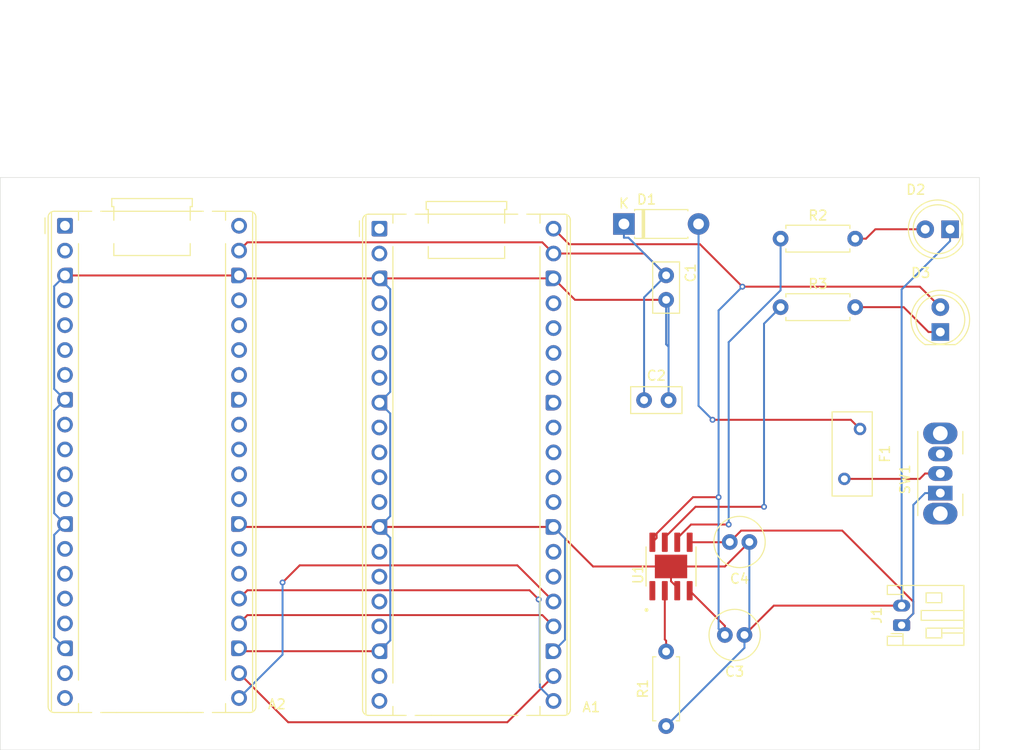
<source format=kicad_pcb>
(kicad_pcb (version 20241229) (generator "pcbnew") (generator_version "9.0")
  (layers (0 "F.Cu" signal) (2 "B.Cu" signal) (13 "F.Paste" user) (15 "B.Paste" user) (5 "F.SilkS" user "F.Silkscreen") (7 "B.SilkS" user "B.Silkscreen") (1 "F.Mask" user) (3 "B.Mask" user) (25 "Edge.Cuts" user))
  (net 0 "")
  (net 1 "VBAT(+)")
  (net 2 "VSYS")
  (net 3 "Net-(D2-A)")
  (net 4 "GND")
  (net 5 "Net-(D3-K)")
  (net 6 "Net-(U1-PROG)")
  (net 7 "STDBY")
  (net 8 "CHRG")
  (net 10 "VBUS")
  (net 11 "SCK")
  (net 12 "CS")
  (net 13 "RX-TX")
  (net 14 "TX-RX")
  (net 70 "Net-(D1-A)")
  (net 71 "Net-(SW1-B)")
  (footprint "Fuse:Fuse_BelFuse_0ZRE0005FF_L8.3mm_W3.8mm" (layer "F.Cu") (at 126.3 56.45 -90)
    (property "Reference" "F1" (at 2.54 -2.54 90) (layer "F.SilkS"))
    (property "Value" "Polyfuse")
    (fp_line (start -1.75 2.85) (end 6.85 2.85) (stroke (width 0.12)) (layer "F.SilkS"))
    (fp_line (start -1.75 -1.25) (end -1.75 2.85) (stroke (width 0.12)) (layer "F.SilkS"))
    (fp_line (start -1.75 -1.25) (end 6.85 -1.25) (stroke (width 0.12)) (layer "F.SilkS"))
    (fp_line (start 6.85 -1.25) (end 6.85 2.85) (stroke (width 0.12)) (layer "F.SilkS"))
    (pad "1" thru_hole circle (at 0 0 270) (size 1.27 1.27) (drill 0.71) (layers "*.Cu" "*.Mask") (net 70 "Net-(D1-A)"))
    (pad "2" thru_hole circle (at 5.1 1.6 270) (size 1.27 1.27) (drill 0.71) (layers "*.Cu" "*.Mask") (net 71 "Net-(SW1-B)"))
  )
  (footprint "Connector_JST:JST_PH_S2B-PH-K_1x02_P2.00mm_Horizontal" (layer "F.Cu") (at 130.55 76.5 90)
    (property "Reference" "J1" (at 1 -2.55 90) (layer "F.SilkS"))
    (property "Value" "Battery-Connector")
    (fp_line (start 4.06 -1.46) (end 3.14 -1.46) (stroke (width 0.12)) (layer "F.SilkS"))
    (fp_line (start 3.14 -1.46) (end 3.14 0.14) (stroke (width 0.12)) (layer "F.SilkS"))
    (fp_line (start -1.14 -1.46) (end -2.06 -1.46) (stroke (width 0.12)) (layer "F.SilkS"))
    (fp_line (start -2.06 -1.46) (end -2.06 6.36) (stroke (width 0.12)) (layer "F.SilkS"))
    (fp_line (start 4.06 0.14) (end 3.14 0.14) (stroke (width 0.12)) (layer "F.SilkS"))
    (fp_line (start 3.14 0.14) (end 2.86 0.14) (stroke (width 0.12)) (layer "F.SilkS"))
    (fp_line (start -0.86 0.14) (end -0.86 -1.075) (stroke (width 0.12)) (layer "F.SilkS"))
    (fp_line (start -0.86 0.14) (end -1.14 0.14) (stroke (width 0.12)) (layer "F.SilkS"))
    (fp_line (start -1.14 0.14) (end -1.14 -1.46) (stroke (width 0.12)) (layer "F.SilkS"))
    (fp_line (start -2.06 0.14) (end -1.14 0.14) (stroke (width 0.12)) (layer "F.SilkS"))
    (fp_line (start 1.5 2) (end 1.5 6.36) (stroke (width 0.12)) (layer "F.SilkS"))
    (fp_line (start 0.5 2) (end 1.5 2) (stroke (width 0.12)) (layer "F.SilkS"))
    (fp_line (start 3.3 2.5) (end 3.3 4.1) (stroke (width 0.12)) (layer "F.SilkS"))
    (fp_line (start 2.3 2.5) (end 3.3 2.5) (stroke (width 0.12)) (layer "F.SilkS"))
    (fp_line (start -0.3 2.5) (end -1.3 2.5) (stroke (width 0.12)) (layer "F.SilkS"))
    (fp_line (start -1.3 2.5) (end -1.3 4.1) (stroke (width 0.12)) (layer "F.SilkS"))
    (fp_line (start 3.3 4.1) (end 2.3 4.1) (stroke (width 0.12)) (layer "F.SilkS"))
    (fp_line (start 2.3 4.1) (end 2.3 2.5) (stroke (width 0.12)) (layer "F.SilkS"))
    (fp_line (start -0.3 4.1) (end -0.3 2.5) (stroke (width 0.12)) (layer "F.SilkS"))
    (fp_line (start -0.3 4.1) (end -0.3 6.36) (stroke (width 0.12)) (layer "F.SilkS"))
    (fp_line (start -0.8 4.1) (end -0.8 6.36) (stroke (width 0.12)) (layer "F.SilkS"))
    (fp_line (start -1.3 4.1) (end -0.3 4.1) (stroke (width 0.12)) (layer "F.SilkS"))
    (fp_line (start 4.06 6.36) (end 4.06 -1.46) (stroke (width 0.12)) (layer "F.SilkS"))
    (fp_line (start 0.5 6.36) (end 0.5 2) (stroke (width 0.12)) (layer "F.SilkS"))
    (fp_line (start -2.06 6.36) (end 4.06 6.36) (stroke (width 0.12)) (layer "F.SilkS"))
    (pad "1" thru_hole roundrect (at 0 0 90) (size 1.2 1.75) (drill 0.75) (layers "*.Cu" "*.Mask") (roundrect_rratio 0.208333) (net 1 "VBAT(+)"))
    (pad "2" thru_hole oval (at 2 0 90) (size 1.2 1.75) (drill 0.75) (layers "*.Cu" "*.Mask") (net 4 "GND"))
  )
  (footprint "Button_Switch_THT:SW_Slide_SPDT_Angled_CK_OS102011MA1Q" (layer "F.Cu") (at 134.5 63 90)
    (property "Reference" "SW1" (at 1.4 -3.6 90) (layer "F.SilkS"))
    (property "Value" "SW_SPST")
    (fp_line (start -2.3 -2.3) (end 6.3 -2.3) (stroke (width 0.12)) (layer "F.SilkS"))
    (fp_line (start 4 2.3) (end 6.3 2.3) (stroke (width 0.12)) (layer "F.SilkS"))
    (fp_line (start -2.3 2.3) (end -0.1 2.3) (stroke (width 0.12)) (layer "F.SilkS"))
    (pad "" thru_hole oval (at -2.1 0 90) (size 2.2 3.5) (drill 1.5) (layers "*.Cu" "*.Mask"))
    (pad "" thru_hole oval (at 6.1 0 90) (size 2.2 3.5) (drill 1.5) (layers "*.Cu" "*.Mask"))
    (pad "1" thru_hole rect (at 0 0 90) (size 1.5 2.5) (drill 0.9) (layers "*.Cu" "*.Mask") (net 1 "VBAT(+)"))
    (pad "2" thru_hole oval (at 2 0 90) (size 1.5 2.5) (drill 0.9) (layers "*.Cu" "*.Mask") (net 71 "Net-(SW1-B)"))
    (pad "3" thru_hole oval (at 4 0 90) (size 1.5 2.5) (drill 0.9) (layers "*.Cu" "*.Mask"))
  )
  (footprint "Capacitor_THT:C_Radial_D5.0mm_H11.0mm_P2.00mm" (layer "F.Cu") (at 114.5 77.5 180)
    (property "Reference" "C3" (at 1 -3.75 0) (layer "F.SilkS"))
    (property "Value" "10uF")
    (fp_circle (center 1 0) (end 3.62 0) (stroke (width 0.12)) (fill no) (layer "F.SilkS"))
    (pad "1" thru_hole circle (at 0 0 180) (size 1.6 1.6) (drill 0.8) (layers "*.Cu" "*.Mask") (net 4 "GND"))
    (pad "2" thru_hole circle (at 2 0 180) (size 1.6 1.6) (drill 0.8) (layers "*.Cu" "*.Mask") (net 10 "VBUS"))
  )
  (footprint "Capacitor_THT:C_Radial_D5.0mm_H11.0mm_P2.00mm" (layer "F.Cu") (at 115 68 180)
    (property "Reference" "C4" (at 1 -3.75 0) (layer "F.SilkS"))
    (property "Value" "10uF")
    (fp_circle (center 1 0) (end 3.62 0) (stroke (width 0.12)) (fill no) (layer "F.SilkS"))
    (pad "1" thru_hole circle (at 0 0 180) (size 1.6 1.6) (drill 0.8) (layers "*.Cu" "*.Mask") (net 4 "GND"))
    (pad "2" thru_hole circle (at 2 0 180) (size 1.6 1.6) (drill 0.8) (layers "*.Cu" "*.Mask") (net 1 "VBAT(+)"))
  )
  (footprint "Module:RaspberryPi_Pico_Common_THT" (layer "F.Cu") (at 77.22 35.98)
    (property "Reference" "A1" (at 20.6375 48.895 0) (layer "F.SilkS") (effects (justify left)))
    (property "Value" "RPICO-AP")
    (fp_line (start -2.04 0.8) (end -2.04 -0.8) (stroke (width 0.12)) (layer "F.SilkS"))
    (fp_line (start -1.72 -0.87) (end -1.72 49.13) (stroke (width 0.12)) (layer "F.SilkS"))
    (fp_line (start -1.38 -1.417) (end -1.38 49.677) (stroke (width 0.12)) (layer "F.SilkS"))
    (fp_line (start -1.11 -1.48) (end 1.38 -1.48) (stroke (width 0.12)) (layer "F.SilkS"))
    (fp_line (start -1.11 49.74) (end 2.727939 49.74) (stroke (width 0.12)) (layer "F.SilkS"))
    (fp_line (start 1.38 -1.48) (end 1.38 -0.56648) (stroke (width 0.12)) (layer "F.SilkS"))
    (fp_line (start 1.38 -1.48) (end 2.72794 -1.48) (stroke (width 0.12)) (layer "F.SilkS"))
    (fp_line (start 1.38 1.82648) (end 1.38 46.43352) (stroke (width 0.12)) (layer "F.SilkS"))
    (fp_line (start 1.38 48.82648) (end 1.38 49.74) (stroke (width 0.12)) (layer "F.SilkS"))
    (fp_line (start 3.652061 -1.48) (end 4.655 -1.48) (stroke (width 0.12)) (layer "F.SilkS"))
    (fp_line (start 4.655 -1.48) (end 13.125 -1.48) (stroke (width 0.12)) (layer "F.SilkS"))
    (fp_line (start 4.78 -2.78) (end 4.78 -1.96) (stroke (width 0.12)) (layer "F.SilkS"))
    (fp_line (start 4.78 -2.78) (end 13 -2.78) (stroke (width 0.12)) (layer "F.SilkS"))
    (fp_line (start 4.78 -1.96) (end 4.99 -1.96) (stroke (width 0.12)) (layer "F.SilkS"))
    (fp_line (start 4.99 -1.96) (end 4.99 -0.564) (stroke (width 0.12)) (layer "F.SilkS"))
    (fp_line (start 4.99 1.824) (end 4.99 3.04) (stroke (width 0.12)) (layer "F.SilkS"))
    (fp_line (start 5.29 49.74) (end 3.652061 49.74) (stroke (width 0.12)) (layer "F.SilkS"))
    (fp_line (start 12.49 49.74) (end 5.29 49.74) (stroke (width 0.12)) (layer "F.SilkS"))
    (fp_line (start 12.79 -1.96) (end 12.79 -0.564) (stroke (width 0.12)) (layer "F.SilkS"))
    (fp_line (start 12.79 1.824) (end 12.79 3.04) (stroke (width 0.12)) (layer "F.SilkS"))
    (fp_line (start 12.79 3.04) (end 4.99 3.04) (stroke (width 0.12)) (layer "F.SilkS"))
    (fp_line (start 13 -2.78) (end 13 -1.96) (stroke (width 0.12)) (layer "F.SilkS"))
    (fp_line (start 13 -1.96) (end 12.79 -1.96) (stroke (width 0.12)) (layer "F.SilkS"))
    (fp_line (start 13.125 -1.48) (end 14.127939 -1.48) (stroke (width 0.12)) (layer "F.SilkS"))
    (fp_line (start 14.127939 49.74) (end 12.49 49.74) (stroke (width 0.12)) (layer "F.SilkS"))
    (fp_line (start 15.052061 -1.48) (end 16.4 -1.48) (stroke (width 0.12)) (layer "F.SilkS"))
    (fp_line (start 15.052061 49.74) (end 18.89 49.74) (stroke (width 0.12)) (layer "F.SilkS"))
    (fp_line (start 16.4 -1.48) (end 16.4 -0.56648) (stroke (width 0.12)) (layer "F.SilkS"))
    (fp_line (start 16.4 1.82648) (end 16.4 46.43352) (stroke (width 0.12)) (layer "F.SilkS"))
    (fp_line (start 16.4 48.82648) (end 16.4 49.74) (stroke (width 0.12)) (layer "F.SilkS"))
    (fp_line (start 18.89 -1.48) (end 16.4 -1.48) (stroke (width 0.12)) (layer "F.SilkS"))
    (fp_line (start 19.16 49.677) (end 19.16 -1.417) (stroke (width 0.12)) (layer "F.SilkS"))
    (fp_line (start 19.5 -0.87) (end 19.5 49.13) (stroke (width 0.12)) (layer "F.SilkS"))
    (fp_arc (start -1.72 -0.87) (mid -1.541335 -1.301335) (end -1.11 -1.48) (stroke (width 0.12)) (layer "F.SilkS"))
    (fp_arc (start -1.11 49.74) (mid -1.541364 49.561364) (end -1.72 49.13) (stroke (width 0.12)) (layer "F.SilkS"))
    (fp_arc (start 18.89 -1.48) (mid 19.321335 -1.301335) (end 19.5 -0.87) (stroke (width 0.12)) (layer "F.SilkS"))
    (fp_arc (start 19.5 49.13) (mid 19.321335 49.561335) (end 18.89 49.74) (stroke (width 0.12)) (layer "F.SilkS"))
    (pad "1" thru_hole roundrect (at 0 0) (size 1.6 1.6) (drill 1) (layers "*.Cu" "*.Mask") (roundrect_rratio 0.125))
    (pad "2" thru_hole circle (at 0 2.54) (size 1.6 1.6) (drill 1) (layers "*.Cu" "*.Mask"))
    (pad "3" thru_hole custom (at 0 5.08) (size 1.6 1.6) (drill 1) (layers "*.Cu" "*.Mask") (net 4 "GND") (options (clearance outline) (anchor circle)) (primitives (gr_poly (pts (xy 0.8 0.6) (xy 0.8 -0.6) (xy 0.6 -0.8) (xy 0 -0.8) (xy 0 0.8) (xy 0.6 0.8)) (width 0) (fill yes)) (gr_circle (center 0.6 0.6) (end 0.8 0.6) (width 0) (fill yes)) (gr_circle (center 0.6 -0.6) (end 0.8 -0.6) (width 0) (fill yes))))
    (pad "4" thru_hole circle (at 0 7.62) (size 1.6 1.6) (drill 1) (layers "*.Cu" "*.Mask"))
    (pad "5" thru_hole circle (at 0 10.16) (size 1.6 1.6) (drill 1) (layers "*.Cu" "*.Mask"))
    (pad "6" thru_hole circle (at 0 12.7) (size 1.6 1.6) (drill 1) (layers "*.Cu" "*.Mask"))
    (pad "7" thru_hole circle (at 0 15.24) (size 1.6 1.6) (drill 1) (layers "*.Cu" "*.Mask"))
    (pad "8" thru_hole custom (at 0 17.78) (size 1.6 1.6) (drill 1) (layers "*.Cu" "*.Mask") (net 4 "GND") (options (clearance outline) (anchor circle)) (primitives (gr_poly (pts (xy 0.8 0.6) (xy 0.8 -0.6) (xy 0.6 -0.8) (xy 0 -0.8) (xy 0 0.8) (xy 0.6 0.8)) (width 0) (fill yes)) (gr_circle (center 0.6 0.6) (end 0.8 0.6) (width 0) (fill yes)) (gr_circle (center 0.6 -0.6) (end 0.8 -0.6) (width 0) (fill yes))))
    (pad "9" thru_hole circle (at 0 20.32) (size 1.6 1.6) (drill 1) (layers "*.Cu" "*.Mask"))
    (pad "10" thru_hole circle (at 0 22.86) (size 1.6 1.6) (drill 1) (layers "*.Cu" "*.Mask"))
    (pad "11" thru_hole circle (at 0 25.4) (size 1.6 1.6) (drill 1) (layers "*.Cu" "*.Mask"))
    (pad "12" thru_hole circle (at 0 27.94) (size 1.6 1.6) (drill 1) (layers "*.Cu" "*.Mask"))
    (pad "13" thru_hole custom (at 0 30.48) (size 1.6 1.6) (drill 1) (layers "*.Cu" "*.Mask") (net 4 "GND") (options (clearance outline) (anchor circle)) (primitives (gr_poly (pts (xy 0.8 0.6) (xy 0.8 -0.6) (xy 0.6 -0.8) (xy 0 -0.8) (xy 0 0.8) (xy 0.6 0.8)) (width 0) (fill yes)) (gr_circle (center 0.6 0.6) (end 0.8 0.6) (width 0) (fill yes)) (gr_circle (center 0.6 -0.6) (end 0.8 -0.6) (width 0) (fill yes))))
    (pad "14" thru_hole circle (at 0 33.02) (size 1.6 1.6) (drill 1) (layers "*.Cu" "*.Mask"))
    (pad "15" thru_hole circle (at 0 35.56) (size 1.6 1.6) (drill 1) (layers "*.Cu" "*.Mask"))
    (pad "16" thru_hole circle (at 0 38.1) (size 1.6 1.6) (drill 1) (layers "*.Cu" "*.Mask"))
    (pad "17" thru_hole circle (at 0 40.64) (size 1.6 1.6) (drill 1) (layers "*.Cu" "*.Mask"))
    (pad "18" thru_hole custom (at 0 43.18) (size 1.6 1.6) (drill 1) (layers "*.Cu" "*.Mask") (net 4 "GND") (options (clearance outline) (anchor circle)) (primitives (gr_poly (pts (xy 0.8 0.6) (xy 0.8 -0.6) (xy 0.6 -0.8) (xy 0 -0.8) (xy 0 0.8) (xy 0.6 0.8)) (width 0) (fill yes)) (gr_circle (center 0.6 0.6) (end 0.8 0.6) (width 0) (fill yes)) (gr_circle (center 0.6 -0.6) (end 0.8 -0.6) (width 0) (fill yes))))
    (pad "19" thru_hole circle (at 0 45.72) (size 1.6 1.6) (drill 1) (layers "*.Cu" "*.Mask"))
    (pad "20" thru_hole circle (at 0 48.26) (size 1.6 1.6) (drill 1) (layers "*.Cu" "*.Mask"))
    (pad "21" thru_hole circle (at 17.78 48.26) (size 1.6 1.6) (drill 1) (layers "*.Cu" "*.Mask") (net 13 "RX-TX"))
    (pad "22" thru_hole circle (at 17.78 45.72) (size 1.6 1.6) (drill 1) (layers "*.Cu" "*.Mask") (net 12 "CS"))
    (pad "23" thru_hole custom (at 17.78 43.18) (size 1.6 1.6) (drill 1) (layers "*.Cu" "*.Mask") (net 4 "GND") (options (clearance outline) (anchor circle)) (primitives (gr_poly (pts (xy -0.8 0.6) (xy -0.8 -0.6) (xy -0.6 -0.8) (xy 0 -0.8) (xy 0 0.8) (xy -0.6 0.8)) (width 0) (fill yes)) (gr_circle (center -0.6 0.6) (end -0.4 0.6) (width 0) (fill yes)) (gr_circle (center -0.6 -0.6) (end -0.4 -0.6) (width 0) (fill yes))))
    (pad "24" thru_hole circle (at 17.78 40.64) (size 1.6 1.6) (drill 1) (layers "*.Cu" "*.Mask") (net 11 "SCK"))
    (pad "25" thru_hole circle (at 17.78 38.1) (size 1.6 1.6) (drill 1) (layers "*.Cu" "*.Mask") (net 14 "TX-RX"))
    (pad "26" thru_hole circle (at 17.78 35.56) (size 1.6 1.6) (drill 1) (layers "*.Cu" "*.Mask"))
    (pad "27" thru_hole circle (at 17.78 33.02) (size 1.6 1.6) (drill 1) (layers "*.Cu" "*.Mask"))
    (pad "28" thru_hole custom (at 17.78 30.48) (size 1.6 1.6) (drill 1) (layers "*.Cu" "*.Mask") (net 4 "GND") (options (clearance outline) (anchor circle)) (primitives (gr_poly (pts (xy -0.8 0.6) (xy -0.8 -0.6) (xy -0.6 -0.8) (xy 0 -0.8) (xy 0 0.8) (xy -0.6 0.8)) (width 0) (fill yes)) (gr_circle (center -0.6 0.6) (end -0.4 0.6) (width 0) (fill yes)) (gr_circle (center -0.6 -0.6) (end -0.4 -0.6) (width 0) (fill yes))))
    (pad "29" thru_hole circle (at 17.78 27.94) (size 1.6 1.6) (drill 1) (layers "*.Cu" "*.Mask"))
    (pad "30" thru_hole circle (at 17.78 25.4) (size 1.6 1.6) (drill 1) (layers "*.Cu" "*.Mask"))
    (pad "31" thru_hole circle (at 17.78 22.86) (size 1.6 1.6) (drill 1) (layers "*.Cu" "*.Mask"))
    (pad "32" thru_hole circle (at 17.78 20.32) (size 1.6 1.6) (drill 1) (layers "*.Cu" "*.Mask"))
    (pad "33" thru_hole custom (at 17.78 17.78) (size 1.6 1.6) (drill 1) (layers "*.Cu" "*.Mask") (options (clearance outline) (anchor circle)) (primitives (gr_poly (pts (xy -0.8 0.6) (xy -0.8 -0.6) (xy -0.6 -0.8) (xy 0 -0.8) (xy 0 0.8) (xy -0.6 0.8)) (width 0) (fill yes)) (gr_circle (center -0.6 0.6) (end -0.4 0.6) (width 0) (fill yes)) (gr_circle (center -0.6 -0.6) (end -0.4 -0.6) (width 0) (fill yes))))
    (pad "34" thru_hole circle (at 17.78 15.24) (size 1.6 1.6) (drill 1) (layers "*.Cu" "*.Mask"))
    (pad "35" thru_hole circle (at 17.78 12.7) (size 1.6 1.6) (drill 1) (layers "*.Cu" "*.Mask"))
    (pad "36" thru_hole circle (at 17.78 10.16) (size 1.6 1.6) (drill 1) (layers "*.Cu" "*.Mask"))
    (pad "37" thru_hole circle (at 17.78 7.62) (size 1.6 1.6) (drill 1) (layers "*.Cu" "*.Mask"))
    (pad "38" thru_hole custom (at 17.78 5.08) (size 1.6 1.6) (drill 1) (layers "*.Cu" "*.Mask") (net 4 "GND") (options (clearance outline) (anchor circle)) (primitives (gr_poly (pts (xy -0.8 0.6) (xy -0.8 -0.6) (xy -0.6 -0.8) (xy 0 -0.8) (xy 0 0.8) (xy -0.6 0.8)) (width 0) (fill yes)) (gr_circle (center -0.6 0.6) (end -0.4 0.6) (width 0) (fill yes)) (gr_circle (center -0.6 -0.6) (end -0.4 -0.6) (width 0) (fill yes))))
    (pad "39" thru_hole circle (at 17.78 2.54) (size 1.6 1.6) (drill 1) (layers "*.Cu" "*.Mask") (net 2 "VSYS"))
    (pad "40" thru_hole circle (at 17.78 0) (size 1.6 1.6) (drill 1) (layers "*.Cu" "*.Mask") (net 10 "VBUS"))
  )
  (footprint "LED_THT:LED_D5.0mm" (layer "F.Cu") (at 135.5 36.04 180)
    (property "Reference" "D2" (at 3.5 4.04 0) (layer "F.SilkS"))
    (property "Value" "LED")
    (fp_line (start -1.29 -1.545) (end -1.29 1.545) (stroke (width 0.12)) (layer "F.SilkS"))
    (fp_arc (start 4.26 0.000048) (mid 2.071756 2.880501) (end -1.29 1.54483) (stroke (width 0.12)) (layer "F.SilkS"))
    (fp_arc (start -1.29 -1.54483) (mid 2.071756 -2.880501) (end 4.26 -0.000048) (stroke (width 0.12)) (layer "F.SilkS"))
    (fp_circle (center 1.27 0) (end 3.77 0) (stroke (width 0.12)) (fill no) (layer "F.SilkS"))
    (pad "1" thru_hole rect (at 0 0 180) (size 1.8 1.8) (drill 0.9) (layers "*.Cu" "*.Mask") (net 4 "GND"))
    (pad "2" thru_hole circle (at 2.54 0 180) (size 1.8 1.8) (drill 0.9) (layers "*.Cu" "*.Mask") (net 3 "Net-(D2-A)"))
  )
  (footprint "TP4056:SOP127P600X175-9N" (layer "F.Cu") (at 107 70.5 90)
    (property "Reference" "U1" (at -0.795 -3.362 90) (layer "F.SilkS"))
    (property "Value" "TP4056")
    (fp_line (start -2 -2.55) (end 2 -2.55) (stroke (width 0.127)) (layer "F.SilkS"))
    (fp_line (start -2 2.55) (end 2 2.55) (stroke (width 0.127)) (layer "F.SilkS"))
    (fp_circle (center -4.445 -2.505) (end -4.345 -2.505) (stroke (width 0.2)) (fill no) (layer "F.SilkS"))
    (pad "1" smd roundrect (at -2.475 -1.905 90) (size 1.97 0.6) (layers "F.Cu" "F.Mask" "F.Paste") (roundrect_rratio 0.125))
    (pad "2" smd roundrect (at -2.475 -0.635 90) (size 1.97 0.6) (layers "F.Cu" "F.Mask" "F.Paste") (roundrect_rratio 0.125) (net 6 "Net-(U1-PROG)"))
    (pad "3" smd roundrect (at -2.475 0.635 90) (size 1.97 0.6) (layers "F.Cu" "F.Mask" "F.Paste") (roundrect_rratio 0.125) (net 4 "GND"))
    (pad "4" smd roundrect (at -2.475 1.905 90) (size 1.97 0.6) (layers "F.Cu" "F.Mask" "F.Paste") (roundrect_rratio 0.125) (net 10 "VBUS"))
    (pad "5" smd roundrect (at 2.475 1.905 90) (size 1.97 0.6) (layers "F.Cu" "F.Mask" "F.Paste") (roundrect_rratio 0.125) (net 1 "VBAT(+)"))
    (pad "6" smd roundrect (at 2.475 0.635 90) (size 1.97 0.6) (layers "F.Cu" "F.Mask" "F.Paste") (roundrect_rratio 0.125) (net 7 "STDBY"))
    (pad "7" smd roundrect (at 2.475 -0.635 90) (size 1.97 0.6) (layers "F.Cu" "F.Mask" "F.Paste") (roundrect_rratio 0.125) (net 8 "CHRG"))
    (pad "8" smd roundrect (at 2.475 -1.905 90) (size 1.97 0.6) (layers "F.Cu" "F.Mask" "F.Paste") (roundrect_rratio 0.125) (net 10 "VBUS"))
    (pad "9" smd rect (at 0 0 90) (size 2.413 3.302) (layers "F.Cu" "F.Mask") (net 4 "GND"))
  )
  (footprint "Resistor_THT:R_Axial_DIN0207_L6.3mm_D2.5mm_P7.62mm_Horizontal" (layer "F.Cu") (at 106.5 86.81 90)
    (property "Reference" "R1" (at 3.81 -2.37 90) (layer "F.SilkS"))
    (property "Value" "1.2k")
    (fp_line (start 7.08 -1.37) (end 7.08 -1.04) (stroke (width 0.12)) (layer "F.SilkS"))
    (fp_line (start 0.54 -1.37) (end 7.08 -1.37) (stroke (width 0.12)) (layer "F.SilkS"))
    (fp_line (start 0.54 -1.04) (end 0.54 -1.37) (stroke (width 0.12)) (layer "F.SilkS"))
    (fp_line (start 0.54 1.04) (end 0.54 1.37) (stroke (width 0.12)) (layer "F.SilkS"))
    (fp_line (start 7.08 1.37) (end 7.08 1.04) (stroke (width 0.12)) (layer "F.SilkS"))
    (fp_line (start 0.54 1.37) (end 7.08 1.37) (stroke (width 0.12)) (layer "F.SilkS"))
    (pad "1" thru_hole circle (at 0 0 90) (size 1.6 1.6) (drill 0.8) (layers "*.Cu" "*.Mask") (net 4 "GND"))
    (pad "2" thru_hole oval (at 7.62 0 90) (size 1.6 1.6) (drill 0.8) (layers "*.Cu" "*.Mask") (net 6 "Net-(U1-PROG)"))
  )
  (footprint "Module:RaspberryPi_Pico_Common_THT" (layer "F.Cu") (at 45.11 35.6825)
    (property "Reference" "A2" (at 20.6375 48.895 0) (layer "F.SilkS") (effects (justify left)))
    (property "Value" "RPICO-STA")
    (fp_line (start -2.04 0.8) (end -2.04 -0.8) (stroke (width 0.12)) (layer "F.SilkS"))
    (fp_line (start -1.72 -0.87) (end -1.72 49.13) (stroke (width 0.12)) (layer "F.SilkS"))
    (fp_line (start -1.38 -1.417) (end -1.38 49.677) (stroke (width 0.12)) (layer "F.SilkS"))
    (fp_line (start -1.11 -1.48) (end 1.38 -1.48) (stroke (width 0.12)) (layer "F.SilkS"))
    (fp_line (start -1.11 49.74) (end 2.727939 49.74) (stroke (width 0.12)) (layer "F.SilkS"))
    (fp_line (start 1.38 -1.48) (end 1.38 -0.56648) (stroke (width 0.12)) (layer "F.SilkS"))
    (fp_line (start 1.38 -1.48) (end 2.72794 -1.48) (stroke (width 0.12)) (layer "F.SilkS"))
    (fp_line (start 1.38 1.82648) (end 1.38 46.43352) (stroke (width 0.12)) (layer "F.SilkS"))
    (fp_line (start 1.38 48.82648) (end 1.38 49.74) (stroke (width 0.12)) (layer "F.SilkS"))
    (fp_line (start 3.652061 -1.48) (end 4.655 -1.48) (stroke (width 0.12)) (layer "F.SilkS"))
    (fp_line (start 4.655 -1.48) (end 13.125 -1.48) (stroke (width 0.12)) (layer "F.SilkS"))
    (fp_line (start 4.78 -2.78) (end 4.78 -1.96) (stroke (width 0.12)) (layer "F.SilkS"))
    (fp_line (start 4.78 -2.78) (end 13 -2.78) (stroke (width 0.12)) (layer "F.SilkS"))
    (fp_line (start 4.78 -1.96) (end 4.99 -1.96) (stroke (width 0.12)) (layer "F.SilkS"))
    (fp_line (start 4.99 -1.96) (end 4.99 -0.564) (stroke (width 0.12)) (layer "F.SilkS"))
    (fp_line (start 4.99 1.824) (end 4.99 3.04) (stroke (width 0.12)) (layer "F.SilkS"))
    (fp_line (start 5.29 49.74) (end 3.652061 49.74) (stroke (width 0.12)) (layer "F.SilkS"))
    (fp_line (start 12.49 49.74) (end 5.29 49.74) (stroke (width 0.12)) (layer "F.SilkS"))
    (fp_line (start 12.79 -1.96) (end 12.79 -0.564) (stroke (width 0.12)) (layer "F.SilkS"))
    (fp_line (start 12.79 1.824) (end 12.79 3.04) (stroke (width 0.12)) (layer "F.SilkS"))
    (fp_line (start 12.79 3.04) (end 4.99 3.04) (stroke (width 0.12)) (layer "F.SilkS"))
    (fp_line (start 13 -2.78) (end 13 -1.96) (stroke (width 0.12)) (layer "F.SilkS"))
    (fp_line (start 13 -1.96) (end 12.79 -1.96) (stroke (width 0.12)) (layer "F.SilkS"))
    (fp_line (start 13.125 -1.48) (end 14.127939 -1.48) (stroke (width 0.12)) (layer "F.SilkS"))
    (fp_line (start 14.127939 49.74) (end 12.49 49.74) (stroke (width 0.12)) (layer "F.SilkS"))
    (fp_line (start 15.052061 -1.48) (end 16.4 -1.48) (stroke (width 0.12)) (layer "F.SilkS"))
    (fp_line (start 15.052061 49.74) (end 18.89 49.74) (stroke (width 0.12)) (layer "F.SilkS"))
    (fp_line (start 16.4 -1.48) (end 16.4 -0.56648) (stroke (width 0.12)) (layer "F.SilkS"))
    (fp_line (start 16.4 1.82648) (end 16.4 46.43352) (stroke (width 0.12)) (layer "F.SilkS"))
    (fp_line (start 16.4 48.82648) (end 16.4 49.74) (stroke (width 0.12)) (layer "F.SilkS"))
    (fp_line (start 18.89 -1.48) (end 16.4 -1.48) (stroke (width 0.12)) (layer "F.SilkS"))
    (fp_line (start 19.16 49.677) (end 19.16 -1.417) (stroke (width 0.12)) (layer "F.SilkS"))
    (fp_line (start 19.5 -0.87) (end 19.5 49.13) (stroke (width 0.12)) (layer "F.SilkS"))
    (fp_arc (start -1.72 -0.87) (mid -1.541335 -1.301335) (end -1.11 -1.48) (stroke (width 0.12)) (layer "F.SilkS"))
    (fp_arc (start -1.11 49.74) (mid -1.541364 49.561364) (end -1.72 49.13) (stroke (width 0.12)) (layer "F.SilkS"))
    (fp_arc (start 18.89 -1.48) (mid 19.321335 -1.301335) (end 19.5 -0.87) (stroke (width 0.12)) (layer "F.SilkS"))
    (fp_arc (start 19.5 49.13) (mid 19.321335 49.561335) (end 18.89 49.74) (stroke (width 0.12)) (layer "F.SilkS"))
    (pad "1" thru_hole roundrect (at 0 0) (size 1.6 1.6) (drill 1) (layers "*.Cu" "*.Mask") (roundrect_rratio 0.125))
    (pad "2" thru_hole circle (at 0 2.54) (size 1.6 1.6) (drill 1) (layers "*.Cu" "*.Mask"))
    (pad "3" thru_hole custom (at 0 5.08) (size 1.6 1.6) (drill 1) (layers "*.Cu" "*.Mask") (net 4 "GND") (options (clearance outline) (anchor circle)) (primitives (gr_poly (pts (xy 0.8 0.6) (xy 0.8 -0.6) (xy 0.6 -0.8) (xy 0 -0.8) (xy 0 0.8) (xy 0.6 0.8)) (width 0) (fill yes)) (gr_circle (center 0.6 0.6) (end 0.8 0.6) (width 0) (fill yes)) (gr_circle (center 0.6 -0.6) (end 0.8 -0.6) (width 0) (fill yes))))
    (pad "4" thru_hole circle (at 0 7.62) (size 1.6 1.6) (drill 1) (layers "*.Cu" "*.Mask"))
    (pad "5" thru_hole circle (at 0 10.16) (size 1.6 1.6) (drill 1) (layers "*.Cu" "*.Mask"))
    (pad "6" thru_hole circle (at 0 12.7) (size 1.6 1.6) (drill 1) (layers "*.Cu" "*.Mask"))
    (pad "7" thru_hole circle (at 0 15.24) (size 1.6 1.6) (drill 1) (layers "*.Cu" "*.Mask"))
    (pad "8" thru_hole custom (at 0 17.78) (size 1.6 1.6) (drill 1) (layers "*.Cu" "*.Mask") (net 4 "GND") (options (clearance outline) (anchor circle)) (primitives (gr_poly (pts (xy 0.8 0.6) (xy 0.8 -0.6) (xy 0.6 -0.8) (xy 0 -0.8) (xy 0 0.8) (xy 0.6 0.8)) (width 0) (fill yes)) (gr_circle (center 0.6 0.6) (end 0.8 0.6) (width 0) (fill yes)) (gr_circle (center 0.6 -0.6) (end 0.8 -0.6) (width 0) (fill yes))))
    (pad "9" thru_hole circle (at 0 20.32) (size 1.6 1.6) (drill 1) (layers "*.Cu" "*.Mask"))
    (pad "10" thru_hole circle (at 0 22.86) (size 1.6 1.6) (drill 1) (layers "*.Cu" "*.Mask"))
    (pad "11" thru_hole circle (at 0 25.4) (size 1.6 1.6) (drill 1) (layers "*.Cu" "*.Mask"))
    (pad "12" thru_hole circle (at 0 27.94) (size 1.6 1.6) (drill 1) (layers "*.Cu" "*.Mask"))
    (pad "13" thru_hole custom (at 0 30.48) (size 1.6 1.6) (drill 1) (layers "*.Cu" "*.Mask") (net 4 "GND") (options (clearance outline) (anchor circle)) (primitives (gr_poly (pts (xy 0.8 0.6) (xy 0.8 -0.6) (xy 0.6 -0.8) (xy 0 -0.8) (xy 0 0.8) (xy 0.6 0.8)) (width 0) (fill yes)) (gr_circle (center 0.6 0.6) (end 0.8 0.6) (width 0) (fill yes)) (gr_circle (center 0.6 -0.6) (end 0.8 -0.6) (width 0) (fill yes))))
    (pad "14" thru_hole circle (at 0 33.02) (size 1.6 1.6) (drill 1) (layers "*.Cu" "*.Mask"))
    (pad "15" thru_hole circle (at 0 35.56) (size 1.6 1.6) (drill 1) (layers "*.Cu" "*.Mask"))
    (pad "16" thru_hole circle (at 0 38.1) (size 1.6 1.6) (drill 1) (layers "*.Cu" "*.Mask"))
    (pad "17" thru_hole circle (at 0 40.64) (size 1.6 1.6) (drill 1) (layers "*.Cu" "*.Mask"))
    (pad "18" thru_hole custom (at 0 43.18) (size 1.6 1.6) (drill 1) (layers "*.Cu" "*.Mask") (net 4 "GND") (options (clearance outline) (anchor circle)) (primitives (gr_poly (pts (xy 0.8 0.6) (xy 0.8 -0.6) (xy 0.6 -0.8) (xy 0 -0.8) (xy 0 0.8) (xy 0.6 0.8)) (width 0) (fill yes)) (gr_circle (center 0.6 0.6) (end 0.8 0.6) (width 0) (fill yes)) (gr_circle (center 0.6 -0.6) (end 0.8 -0.6) (width 0) (fill yes))))
    (pad "19" thru_hole circle (at 0 45.72) (size 1.6 1.6) (drill 1) (layers "*.Cu" "*.Mask"))
    (pad "20" thru_hole circle (at 0 48.26) (size 1.6 1.6) (drill 1) (layers "*.Cu" "*.Mask"))
    (pad "21" thru_hole circle (at 17.78 48.26) (size 1.6 1.6) (drill 1) (layers "*.Cu" "*.Mask") (net 14 "TX-RX"))
    (pad "22" thru_hole circle (at 17.78 45.72) (size 1.6 1.6) (drill 1) (layers "*.Cu" "*.Mask") (net 12 "CS"))
    (pad "23" thru_hole custom (at 17.78 43.18) (size 1.6 1.6) (drill 1) (layers "*.Cu" "*.Mask") (net 4 "GND") (options (clearance outline) (anchor circle)) (primitives (gr_poly (pts (xy -0.8 0.6) (xy -0.8 -0.6) (xy -0.6 -0.8) (xy 0 -0.8) (xy 0 0.8) (xy -0.6 0.8)) (width 0) (fill yes)) (gr_circle (center -0.6 0.6) (end -0.4 0.6) (width 0) (fill yes)) (gr_circle (center -0.6 -0.6) (end -0.4 -0.6) (width 0) (fill yes))))
    (pad "24" thru_hole circle (at 17.78 40.64) (size 1.6 1.6) (drill 1) (layers "*.Cu" "*.Mask") (net 11 "SCK"))
    (pad "25" thru_hole circle (at 17.78 38.1) (size 1.6 1.6) (drill 1) (layers "*.Cu" "*.Mask") (net 13 "RX-TX"))
    (pad "26" thru_hole circle (at 17.78 35.56) (size 1.6 1.6) (drill 1) (layers "*.Cu" "*.Mask"))
    (pad "27" thru_hole circle (at 17.78 33.02) (size 1.6 1.6) (drill 1) (layers "*.Cu" "*.Mask"))
    (pad "28" thru_hole custom (at 17.78 30.48) (size 1.6 1.6) (drill 1) (layers "*.Cu" "*.Mask") (net 4 "GND") (options (clearance outline) (anchor circle)) (primitives (gr_poly (pts (xy -0.8 0.6) (xy -0.8 -0.6) (xy -0.6 -0.8) (xy 0 -0.8) (xy 0 0.8) (xy -0.6 0.8)) (width 0) (fill yes)) (gr_circle (center -0.6 0.6) (end -0.4 0.6) (width 0) (fill yes)) (gr_circle (center -0.6 -0.6) (end -0.4 -0.6) (width 0) (fill yes))))
    (pad "29" thru_hole circle (at 17.78 27.94) (size 1.6 1.6) (drill 1) (layers "*.Cu" "*.Mask"))
    (pad "30" thru_hole circle (at 17.78 25.4) (size 1.6 1.6) (drill 1) (layers "*.Cu" "*.Mask"))
    (pad "31" thru_hole circle (at 17.78 22.86) (size 1.6 1.6) (drill 1) (layers "*.Cu" "*.Mask"))
    (pad "32" thru_hole circle (at 17.78 20.32) (size 1.6 1.6) (drill 1) (layers "*.Cu" "*.Mask"))
    (pad "33" thru_hole custom (at 17.78 17.78) (size 1.6 1.6) (drill 1) (layers "*.Cu" "*.Mask") (options (clearance outline) (anchor circle)) (primitives (gr_poly (pts (xy -0.8 0.6) (xy -0.8 -0.6) (xy -0.6 -0.8) (xy 0 -0.8) (xy 0 0.8) (xy -0.6 0.8)) (width 0) (fill yes)) (gr_circle (center -0.6 0.6) (end -0.4 0.6) (width 0) (fill yes)) (gr_circle (center -0.6 -0.6) (end -0.4 -0.6) (width 0) (fill yes))))
    (pad "34" thru_hole circle (at 17.78 15.24) (size 1.6 1.6) (drill 1) (layers "*.Cu" "*.Mask"))
    (pad "35" thru_hole circle (at 17.78 12.7) (size 1.6 1.6) (drill 1) (layers "*.Cu" "*.Mask"))
    (pad "36" thru_hole circle (at 17.78 10.16) (size 1.6 1.6) (drill 1) (layers "*.Cu" "*.Mask"))
    (pad "37" thru_hole circle (at 17.78 7.62) (size 1.6 1.6) (drill 1) (layers "*.Cu" "*.Mask"))
    (pad "38" thru_hole custom (at 17.78 5.08) (size 1.6 1.6) (drill 1) (layers "*.Cu" "*.Mask") (net 4 "GND") (options (clearance outline) (anchor circle)) (primitives (gr_poly (pts (xy -0.8 0.6) (xy -0.8 -0.6) (xy -0.6 -0.8) (xy 0 -0.8) (xy 0 0.8) (xy -0.6 0.8)) (width 0) (fill yes)) (gr_circle (center -0.6 0.6) (end -0.4 0.6) (width 0) (fill yes)) (gr_circle (center -0.6 -0.6) (end -0.4 -0.6) (width 0) (fill yes))))
    (pad "39" thru_hole circle (at 17.78 2.54) (size 1.6 1.6) (drill 1) (layers "*.Cu" "*.Mask") (net 2 "VSYS"))
    (pad "40" thru_hole circle (at 17.78 0) (size 1.6 1.6) (drill 1) (layers "*.Cu" "*.Mask"))
  )
  (footprint "Capacitor_THT:C_Disc_D5.0mm_W2.5mm_P2.50mm" (layer "F.Cu") (at 104.25 53.5)
    (property "Reference" "C2" (at 1.25 -2.5 0) (layer "F.SilkS"))
    (property "Value" "100nF")
    (fp_line (start -1.37 -1.37) (end -1.37 1.37) (stroke (width 0.12)) (layer "F.SilkS"))
    (fp_line (start -1.37 -1.37) (end 3.87 -1.37) (stroke (width 0.12)) (layer "F.SilkS"))
    (fp_line (start -1.37 1.37) (end 3.87 1.37) (stroke (width 0.12)) (layer "F.SilkS"))
    (fp_line (start 3.87 -1.37) (end 3.87 1.37) (stroke (width 0.12)) (layer "F.SilkS"))
    (pad "1" thru_hole circle (at 0 0) (size 1.6 1.6) (drill 0.8) (layers "*.Cu" "*.Mask") (net 2 "VSYS"))
    (pad "2" thru_hole circle (at 2.5 0) (size 1.6 1.6) (drill 0.8) (layers "*.Cu" "*.Mask") (net 4 "GND"))
  )
  (footprint "Resistor_THT:R_Axial_DIN0207_L6.3mm_D2.5mm_P7.62mm_Horizontal" (layer "F.Cu") (at 118.19 37)
    (property "Reference" "R2" (at 3.81 -2.37 0) (layer "F.SilkS"))
    (property "Value" "1k")
    (fp_line (start 0.54 -1.37) (end 7.08 -1.37) (stroke (width 0.12)) (layer "F.SilkS"))
    (fp_line (start 0.54 -1.04) (end 0.54 -1.37) (stroke (width 0.12)) (layer "F.SilkS"))
    (fp_line (start 0.54 1.04) (end 0.54 1.37) (stroke (width 0.12)) (layer "F.SilkS"))
    (fp_line (start 0.54 1.37) (end 7.08 1.37) (stroke (width 0.12)) (layer "F.SilkS"))
    (fp_line (start 7.08 -1.37) (end 7.08 -1.04) (stroke (width 0.12)) (layer "F.SilkS"))
    (fp_line (start 7.08 1.37) (end 7.08 1.04) (stroke (width 0.12)) (layer "F.SilkS"))
    (pad "1" thru_hole circle (at 0 0) (size 1.6 1.6) (drill 0.8) (layers "*.Cu" "*.Mask") (net 7 "STDBY"))
    (pad "2" thru_hole oval (at 7.62 0) (size 1.6 1.6) (drill 0.8) (layers "*.Cu" "*.Mask") (net 3 "Net-(D2-A)"))
  )
  (footprint "Capacitor_THT:C_Disc_D5.0mm_W2.5mm_P2.50mm" (layer "F.Cu") (at 106.5 40.75 -90)
    (property "Reference" "C1" (at -0.25 -2.5 90) (layer "F.SilkS"))
    (property "Value" "100nF")
    (fp_line (start -1.37 1.37) (end 3.87 1.37) (stroke (width 0.12)) (layer "F.SilkS"))
    (fp_line (start -1.37 -1.37) (end -1.37 1.37) (stroke (width 0.12)) (layer "F.SilkS"))
    (fp_line (start -1.37 -1.37) (end 3.87 -1.37) (stroke (width 0.12)) (layer "F.SilkS"))
    (fp_line (start 3.87 -1.37) (end 3.87 1.37) (stroke (width 0.12)) (layer "F.SilkS"))
    (pad "1" thru_hole circle (at 0 0 270) (size 1.6 1.6) (drill 0.8) (layers "*.Cu" "*.Mask") (net 2 "VSYS"))
    (pad "2" thru_hole circle (at 2.5 0 270) (size 1.6 1.6) (drill 0.8) (layers "*.Cu" "*.Mask") (net 4 "GND"))
  )
  (footprint "LED_THT:LED_D5.0mm" (layer "F.Cu") (at 134.5 46.54 90)
    (property "Reference" "D3" (at 6.04 -2 180) (layer "F.SilkS"))
    (property "Value" "LED")
    (fp_line (start -1.29 -1.545) (end -1.29 1.545) (stroke (width 0.12)) (layer "F.SilkS"))
    (fp_arc (start -1.29 -1.54483) (mid 2.071756 -2.880501) (end 4.26 -0.000048) (stroke (width 0.12)) (layer "F.SilkS"))
    (fp_arc (start 4.26 0.000048) (mid 2.071756 2.880501) (end -1.29 1.54483) (stroke (width 0.12)) (layer "F.SilkS"))
    (fp_circle (center 1.27 0) (end 3.77 0) (stroke (width 0.12)) (fill no) (layer "F.SilkS"))
    (pad "1" thru_hole rect (at 0 0 90) (size 1.8 1.8) (drill 0.9) (layers "*.Cu" "*.Mask") (net 5 "Net-(D3-K)"))
    (pad "2" thru_hole circle (at 2.54 0 90) (size 1.8 1.8) (drill 0.9) (layers "*.Cu" "*.Mask") (net 10 "VBUS"))
  )
  (footprint "Resistor_THT:R_Axial_DIN0207_L6.3mm_D2.5mm_P7.62mm_Horizontal" (layer "F.Cu") (at 118.19 44)
    (property "Reference" "R3" (at 3.81 -2.37 0) (layer "F.SilkS"))
    (property "Value" "1k")
    (fp_line (start 0.54 -1.37) (end 7.08 -1.37) (stroke (width 0.12)) (layer "F.SilkS"))
    (fp_line (start 0.54 -1.04) (end 0.54 -1.37) (stroke (width 0.12)) (layer "F.SilkS"))
    (fp_line (start 0.54 1.04) (end 0.54 1.37) (stroke (width 0.12)) (layer "F.SilkS"))
    (fp_line (start 0.54 1.37) (end 7.08 1.37) (stroke (width 0.12)) (layer "F.SilkS"))
    (fp_line (start 7.08 -1.37) (end 7.08 -1.04) (stroke (width 0.12)) (layer "F.SilkS"))
    (fp_line (start 7.08 1.37) (end 7.08 1.04) (stroke (width 0.12)) (layer "F.SilkS"))
    (pad "1" thru_hole circle (at 0 0) (size 1.6 1.6) (drill 0.8) (layers "*.Cu" "*.Mask") (net 8 "CHRG"))
    (pad "2" thru_hole oval (at 7.62 0) (size 1.6 1.6) (drill 0.8) (layers "*.Cu" "*.Mask") (net 5 "Net-(D3-K)"))
  )
  (footprint "Diode_THT:D_DO-41_SOD81_P7.62mm_Horizontal" (layer "F.Cu") (at 102.19 35.5)
    (property "Reference" "D1" (at 2.31 -2.5 0) (layer "F.SilkS"))
    (property "Value" "SS34")
    (fp_line (start 1.09 -1.47) (end 6.53 -1.47) (stroke (width 0.12)) (layer "F.SilkS"))
    (fp_line (start 1.09 -1.34) (end 1.09 -1.47) (stroke (width 0.12)) (layer "F.SilkS"))
    (fp_line (start 1.09 1.34) (end 1.09 1.47) (stroke (width 0.12)) (layer "F.SilkS"))
    (fp_line (start 1.09 1.47) (end 6.53 1.47) (stroke (width 0.12)) (layer "F.SilkS"))
    (fp_line (start 1.87 -1.47) (end 1.87 1.47) (stroke (width 0.12)) (layer "F.SilkS"))
    (fp_line (start 1.99 -1.47) (end 1.99 1.47) (stroke (width 0.12)) (layer "F.SilkS"))
    (fp_line (start 2.11 -1.47) (end 2.11 1.47) (stroke (width 0.12)) (layer "F.SilkS"))
    (fp_line (start 6.53 -1.47) (end 6.53 -1.34) (stroke (width 0.12)) (layer "F.SilkS"))
    (fp_line (start 6.53 1.47) (end 6.53 1.34) (stroke (width 0.12)) (layer "F.SilkS"))
    (fp_text user "K" (at 0 -2.1 0) (layer "F.SilkS"))
    (pad "1" thru_hole rect (at 0 0) (size 2.2 2.2) (drill 1.1) (layers "*.Cu" "*.Mask") (net 2 "VSYS"))
    (pad "2" thru_hole oval (at 7.62 0) (size 2.2 2.2) (drill 1.1) (layers "*.Cu" "*.Mask") (net 70 "Net-(D1-A)"))
  )
  (gr_rect (start 38.5 30.75) (end 138.5 89.25) (stroke (width 0.05)) (fill no) (layer "Edge.Cuts"))
  (segment (start 113 68) (end 114.1683 66.8317) (width 0.2) (layer "F.Cu") (net 1))
  (segment (start 114.1683 66.8317) (end 124.4807 66.8317) (width 0.2) (layer "F.Cu") (net 1))
  (segment (start 131.7433 75.3067) (end 130.55 76.5) (width 0.2) (layer "F.Cu") (net 1))
  (segment (start 124.4807 66.8317) (end 131.7433 74.0943) (width 0.2) (layer "F.Cu") (net 1))
  (segment (start 131.7433 74.0943) (end 131.7433 75.3067) (width 0.2) (layer "F.Cu") (net 1))
  (segment (start 112.975 68.025) (end 113 68) (width 0.2) (layer "F.Cu") (net 1))
  (segment (start 108.905 68.025) (end 112.975 68.025) (width 0.2) (layer "F.Cu") (net 1))
  (segment (start 134.5 63) (end 132.9483 63) (width 0.2) (layer "B.Cu") (net 1))
  (segment (start 132.9483 63) (end 131.7429 64.2054) (width 0.2) (layer "B.Cu") (net 1))
  (segment (start 131.7429 75.3071) (end 130.55 76.5) (width 0.2) (layer "B.Cu") (net 1))
  (segment (start 131.7429 64.2054) (end 131.7429 75.3071) (width 0.2) (layer "B.Cu") (net 1))
  (segment (start 93.8557 37.3757) (end 95 38.52) (width 0.2) (layer "F.Cu") (net 2))
  (segment (start 95 38.52) (end 104.27 38.52) (width 0.2) (layer "F.Cu") (net 2))
  (segment (start 104.27 38.52) (end 106.5 40.75) (width 0.2) (layer "F.Cu") (net 2))
  (segment (start 63.7368 37.3757) (end 93.8557 37.3757) (width 0.2) (layer "F.Cu") (net 2))
  (segment (start 62.89 38.2225) (end 63.7368 37.3757) (width 0.2) (layer "F.Cu") (net 2))
  (segment (start 104.25 53.5) (end 104.25 43) (width 0.2) (layer "B.Cu") (net 2))
  (segment (start 104.25 43) (end 106.5 40.75) (width 0.2) (layer "B.Cu") (net 2))
  (segment (start 102.19 36.9017) (end 102.652 36.9017) (width 0.2) (layer "B.Cu") (net 2))
  (segment (start 102.19 35.5) (end 102.19 36.9017) (width 0.2) (layer "B.Cu") (net 2))
  (segment (start 102.652 36.9017) (end 106.5 40.75) (width 0.2) (layer "B.Cu") (net 2))
  (segment (start 132.96 36.04) (end 127.8717 36.04) (width 0.2) (layer "F.Cu") (net 3))
  (segment (start 125.81 37) (end 126.9117 37) (width 0.2) (layer "F.Cu") (net 3))
  (segment (start 127.8717 36.04) (end 126.9117 37) (width 0.2) (layer "F.Cu") (net 3))
  (segment (start 107 70.5) (end 99.04 70.5) (width 0.2) (layer "F.Cu") (net 4))
  (segment (start 45.11 40.7625) (end 62.89 40.7625) (width 0.2) (layer "F.Cu") (net 4))
  (segment (start 107.635 72.975) (end 107.635 72.6432) (width 0.2) (layer "F.Cu") (net 4))
  (segment (start 77.22 66.46) (end 63.1875 66.46) (width 0.2) (layer "F.Cu") (net 4))
  (segment (start 63.1875 66.46) (end 62.89 66.1625) (width 0.2) (layer "F.Cu") (net 4))
  (segment (start 97.19 43.25) (end 106.5 43.25) (width 0.2) (layer "F.Cu") (net 4))
  (segment (start 77.22 79.16) (end 63.1875 79.16) (width 0.2) (layer "F.Cu") (net 4))
  (segment (start 77.22 41.06) (end 63.1875 41.06) (width 0.2) (layer "F.Cu") (net 4))
  (segment (start 99.04 70.5) (end 95 66.46) (width 0.2) (layer "F.Cu") (net 4))
  (segment (start 107 70.5) (end 107 72.0082) (width 0.2) (layer "F.Cu") (net 4))
  (segment (start 62.89 40.7625) (end 63.1875 41.06) (width 0.2) (layer "F.Cu") (net 4))
  (segment (start 63.1875 79.16) (end 62.89 78.8625) (width 0.2) (layer "F.Cu") (net 4))
  (segment (start 95 66.46) (end 77.22 66.46) (width 0.2) (layer "F.Cu") (net 4))
  (segment (start 117.5 74.5) (end 114.5 77.5) (width 0.2) (layer "F.Cu") (net 4))
  (segment (start 95 41.06) (end 97.19 43.25) (width 0.2) (layer "F.Cu") (net 4))
  (segment (start 112.5 70.5) (end 107 70.5) (width 0.2) (layer "F.Cu") (net 4))
  (segment (start 95 41.06) (end 77.22 41.06) (width 0.2) (layer "F.Cu") (net 4))
  (segment (start 115 68) (end 112.5 70.5) (width 0.2) (layer "F.Cu") (net 4))
  (segment (start 107 72.0082) (end 107.635 72.6432) (width 0.2) (layer "F.Cu") (net 4))
  (segment (start 130.55 74.5) (end 117.5 74.5) (width 0.2) (layer "F.Cu") (net 4))
  (segment (start 45.11 78.8625) (end 44.0083 77.7608) (width 0.2) (layer "B.Cu") (net 4))
  (segment (start 44.0083 67.2642) (end 45.11 66.1625) (width 0.2) (layer "B.Cu") (net 4))
  (segment (start 45.11 53.4625) (end 44.0076 54.5649) (width 0.2) (layer "B.Cu") (net 4))
  (segment (start 45.11 40.7625) (end 44.0083 41.8642) (width 0.2) (layer "B.Cu") (net 4))
  (segment (start 44.0076 54.5649) (end 44.0076 65.0601) (width 0.2) (layer "B.Cu") (net 4))
  (segment (start 96.1698 67.6298) (end 95 66.46) (width 0.2) (layer "B.Cu") (net 4))
  (segment (start 44.0083 52.3608) (end 45.11 53.4625) (width 0.2) (layer "B.Cu") (net 4))
  (segment (start 106.5 86.81) (end 114.5 78.81) (width 0.2) (layer "B.Cu") (net 4))
  (segment (start 77.22 41.06) (end 78.3217 42.1617) (width 0.2) (layer "B.Cu") (net 4))
  (segment (start 78.3217 52.6583) (end 77.22 53.76) (width 0.2) (layer "B.Cu") (net 4))
  (segment (start 78.3223 54.8623) (end 78.3223 65.3577) (width 0.2) (layer "B.Cu") (net 4))
  (segment (start 106.75 48.05) (end 106.5 47.8) (width 0.2) (layer "B.Cu") (net 4))
  (segment (start 77.22 53.76) (end 78.3223 54.8623) (width 0.2) (layer "B.Cu") (net 4))
  (segment (start 77.22 79.16) (end 78.331 78.049) (width 0.2) (layer "B.Cu") (net 4))
  (segment (start 44.0076 65.0601) (end 45.11 66.1625) (width 0.2) (layer "B.Cu") (net 4))
  (segment (start 96.1698 77.9902) (end 96.1698 67.6298) (width 0.2) (layer "B.Cu") (net 4))
  (segment (start 106.5 47.8) (end 106.5 43.25) (width 0.2) (layer "B.Cu") (net 4))
  (segment (start 130.55 42.1917) (end 130.55 74.5) (width 0.2) (layer "B.Cu") (net 4))
  (segment (start 106.75 48.05) (end 106.75 53.5) (width 0.2) (layer "B.Cu") (net 4))
  (segment (start 106.75 43.5) (end 106.75 48.05) (width 0.2) (layer "B.Cu") (net 4))
  (segment (start 114.5 77.5) (end 115 77) (width 0.2) (layer "B.Cu") (net 4))
  (segment (start 114.5 78.81) (end 114.5 77.5) (width 0.2) (layer "B.Cu") (net 4))
  (segment (start 78.331 67.571) (end 77.22 66.46) (width 0.2) (layer "B.Cu") (net 4))
  (segment (start 78.331 78.049) (end 78.331 67.571) (width 0.2) (layer "B.Cu") (net 4))
  (segment (start 44.0083 41.8642) (end 44.0083 52.3608) (width 0.2) (layer "B.Cu") (net 4))
  (segment (start 78.3217 42.1617) (end 78.3217 52.6583) (width 0.2) (layer "B.Cu") (net 4))
  (segment (start 115 77) (end 115 68) (width 0.2) (layer "B.Cu") (net 4))
  (segment (start 78.3223 65.3577) (end 77.22 66.46) (width 0.2) (layer "B.Cu") (net 4))
  (segment (start 135.5 37.2417) (end 130.55 42.1917) (width 0.2) (layer "B.Cu") (net 4))
  (segment (start 95 79.16) (end 96.1698 77.9902) (width 0.2) (layer "B.Cu") (net 4))
  (segment (start 135.5 36.04) (end 135.5 37.2417) (width 0.2) (layer "B.Cu") (net 4))
  (segment (start 44.0083 77.7608) (end 44.0083 67.2642) (width 0.2) (layer "B.Cu") (net 4))
  (segment (start 130.7583 44) (end 133.2983 46.54) (width 0.2) (layer "F.Cu") (net 5))
  (segment (start 125.81 44) (end 130.7583 44) (width 0.2) (layer "F.Cu") (net 5))
  (segment (start 134.5 46.54) (end 133.2983 46.54) (width 0.2) (layer "F.Cu") (net 5))
  (segment (start 106.5 79.19) (end 106.5 78.0883) (width 0.2) (layer "F.Cu") (net 6))
  (segment (start 106.365 72.975) (end 106.365 77.9533) (width 0.2) (layer "F.Cu") (net 6))
  (segment (start 106.365 77.9533) (end 106.5 78.0883) (width 0.2) (layer "F.Cu") (net 6))
  (segment (start 107.635 67.6217) (end 107.635 68.025) (width 0.2) (layer "F.Cu") (net 7))
  (segment (start 109.0457 66.211) (end 107.635 67.6217) (width 0.2) (layer "F.Cu") (net 7))
  (segment (start 112.8888 66.211) (end 109.0457 66.211) (width 0.2) (layer "F.Cu") (net 7))
  (via (at 112.8888 66.211) (size 0.6) (drill 0.3) (layers "F.Cu" "B.Cu") (net 7))
  (segment (start 118.19 42.2791) (end 112.8888 47.5803) (width 0.2) (layer "B.Cu") (net 7))
  (segment (start 112.8888 47.5803) (end 112.8888 66.211) (width 0.2) (layer "B.Cu") (net 7))
  (segment (start 118.19 37) (end 118.19 42.2791) (width 0.2) (layer "B.Cu") (net 7))
  (segment (start 106.365 67.5352) (end 106.365 68.025) (width 0.2) (layer "F.Cu") (net 8))
  (segment (start 116.4982 64.4025) (end 109.4977 64.4025) (width 0.2) (layer "F.Cu") (net 8))
  (segment (start 109.4977 64.4025) (end 106.365 67.5352) (width 0.2) (layer "F.Cu") (net 8))
  (via (at 116.4982 64.4025) (size 0.6) (drill 0.3) (layers "F.Cu" "B.Cu") (net 8))
  (segment (start 118.19 44) (end 116.4982 45.6918) (width 0.2) (layer "B.Cu") (net 8))
  (segment (start 116.4982 45.6918) (end 116.4982 64.4025) (width 0.2) (layer "B.Cu") (net 8))
  (segment (start 105.53 67.5901) (end 105.53 67.1313) (width 0.2) (layer "F.Cu") (net 10))
  (segment (start 112.5 76.57) (end 112.5 77.5) (width 0.2) (layer "F.Cu") (net 10))
  (segment (start 111.858 63.4233) (end 109.238 63.4233) (width 0.2) (layer "F.Cu") (net 10))
  (segment (start 105.095 68.025) (end 105.53 67.5901) (width 0.2) (layer "F.Cu") (net 10))
  (segment (start 96.5884 37.5684) (end 95 35.98) (width 0.2) (layer "F.Cu") (net 10))
  (segment (start 132.4071 41.9071) (end 134.5 44) (width 0.2) (layer "F.Cu") (net 10))
  (segment (start 114.291 41.9071) (end 109.953 37.5684) (width 0.2) (layer "F.Cu") (net 10))
  (segment (start 108.905 72.975) (end 112.5 76.57) (width 0.2) (layer "F.Cu") (net 10))
  (segment (start 114.291 41.9071) (end 132.4071 41.9071) (width 0.2) (layer "F.Cu") (net 10))
  (segment (start 105.53 67.1313) (end 105.095 67.5661) (width 0.2) (layer "F.Cu") (net 10))
  (segment (start 109.953 37.5684) (end 96.5884 37.5684) (width 0.2) (layer "F.Cu") (net 10))
  (segment (start 109.238 63.4233) (end 105.53 67.1313) (width 0.2) (layer "F.Cu") (net 10))
  (via (at 114.291 41.9071) (size 0.6) (drill 0.3) (layers "F.Cu" "B.Cu") (net 10))
  (via (at 111.858 63.4233) (size 0.6) (drill 0.3) (layers "F.Cu" "B.Cu") (net 10))
  (segment (start 111.858 63.4233) (end 111.858 44.3401) (width 0.2) (layer "B.Cu") (net 10))
  (segment (start 111.858 76.8584) (end 112.5 77.5) (width 0.2) (layer "B.Cu") (net 10))
  (segment (start 111.858 63.4233) (end 111.858 76.8584) (width 0.2) (layer "B.Cu") (net 10))
  (segment (start 111.858 44.3401) (end 114.291 41.9071) (width 0.2) (layer "B.Cu") (net 10))
  (segment (start 93.8516 75.4716) (end 63.7409 75.4716) (width 0.2) (layer "F.Cu") (net 11))
  (segment (start 95 76.62) (end 93.8516 75.4716) (width 0.2) (layer "F.Cu") (net 11))
  (segment (start 63.7409 75.4716) (end 62.89 76.3225) (width 0.2) (layer "F.Cu") (net 11))
  (segment (start 67.9045 86.417) (end 62.89 81.4025) (width 0.2) (layer "F.Cu") (net 12))
  (segment (start 90.283 86.417) (end 67.9045 86.417) (width 0.2) (layer "F.Cu") (net 12))
  (segment (start 95 81.7) (end 90.283 86.417) (width 0.2) (layer "F.Cu") (net 12))
  (segment (start 92.55 72.9316) (end 93.4843 73.8659) (width 0.2) (layer "F.Cu") (net 13))
  (segment (start 62.89 73.7825) (end 63.7409 72.9316) (width 0.2) (layer "F.Cu") (net 13))
  (segment (start 63.7409 72.9316) (end 92.55 72.9316) (width 0.2) (layer "F.Cu") (net 13))
  (via (at 93.4843 73.8659) (size 0.6) (drill 0.3) (layers "F.Cu" "B.Cu") (net 13))
  (segment (start 93.6026 82.8426) (end 95 84.24) (width 0.2) (layer "B.Cu") (net 13))
  (segment (start 93.4843 73.8659) (end 93.6026 73.9842) (width 0.2) (layer "B.Cu") (net 13))
  (segment (start 93.6026 73.9842) (end 93.6026 82.8426) (width 0.2) (layer "B.Cu") (net 13))
  (segment (start 91.3065 70.3865) (end 69.078 70.3865) (width 0.2) (layer "F.Cu") (net 14))
  (segment (start 69.078 70.3865) (end 67.3307 72.1338) (width 0.2) (layer "F.Cu") (net 14))
  (segment (start 95 74.08) (end 91.3065 70.3865) (width 0.2) (layer "F.Cu") (net 14))
  (via (at 67.3307 72.1338) (size 0.6) (drill 0.3) (layers "F.Cu" "B.Cu") (net 14))
  (segment (start 67.3307 79.5018) (end 62.89 83.9425) (width 0.2) (layer "B.Cu") (net 14))
  (segment (start 67.3307 72.1338) (end 67.3307 79.5018) (width 0.2) (layer "B.Cu") (net 14))
  (segment (start 111.242 55.5107) (end 125.361 55.5107) (width 0.2) (layer "F.Cu") (net 70))
  (segment (start 125.361 55.5107) (end 126.3 56.45) (width 0.2) (layer "F.Cu") (net 70))
  (via (at 111.242 55.5107) (size 0.6) (drill 0.3) (layers "F.Cu" "B.Cu") (net 70))
  (segment (start 109.81 54.0791) (end 111.242 55.5107) (width 0.2) (layer "B.Cu") (net 70))
  (segment (start 109.81 35.5) (end 109.81 54.0791) (width 0.2) (layer "B.Cu") (net 70))
  (segment (start 132.3983 61.55) (end 132.9483 61) (width 0.2) (layer "F.Cu") (net 71))
  (segment (start 134.5 61) (end 132.9483 61) (width 0.2) (layer "F.Cu") (net 71))
  (segment (start 124.7 61.55) (end 132.3983 61.55) (width 0.2) (layer "F.Cu") (net 71))
)
</source>
